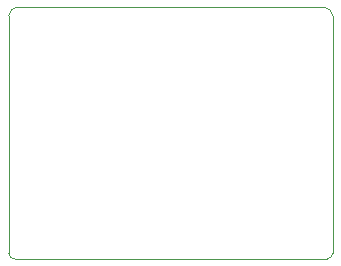
<source format=gbr>
%TF.GenerationSoftware,KiCad,Pcbnew,(6.0.7)*%
%TF.CreationDate,2023-03-18T19:29:26-05:00*%
%TF.ProjectId,CS4334Breakout,43533433-3334-4427-9265-616b6f75742e,rev?*%
%TF.SameCoordinates,Original*%
%TF.FileFunction,Profile,NP*%
%FSLAX46Y46*%
G04 Gerber Fmt 4.6, Leading zero omitted, Abs format (unit mm)*
G04 Created by KiCad (PCBNEW (6.0.7)) date 2023-03-18 19:29:26*
%MOMM*%
%LPD*%
G01*
G04 APERTURE LIST*
%TA.AperFunction,Profile*%
%ADD10C,0.100000*%
%TD*%
G04 APERTURE END LIST*
D10*
X153416000Y-92202000D02*
X179324000Y-92202000D01*
X152654000Y-92964000D02*
X152654000Y-113030000D01*
X179578000Y-113538000D02*
X153162000Y-113538000D01*
X180086000Y-113030000D02*
X180086000Y-92964000D01*
X179578000Y-113538000D02*
G75*
G03*
X180086000Y-113030000I0J508000D01*
G01*
X152654000Y-113030000D02*
G75*
G03*
X153162000Y-113538000I508000J0D01*
G01*
X153416000Y-92202000D02*
G75*
G03*
X152654000Y-92964000I0J-762000D01*
G01*
X180086000Y-92964000D02*
G75*
G03*
X179324000Y-92202000I-762000J0D01*
G01*
M02*

</source>
